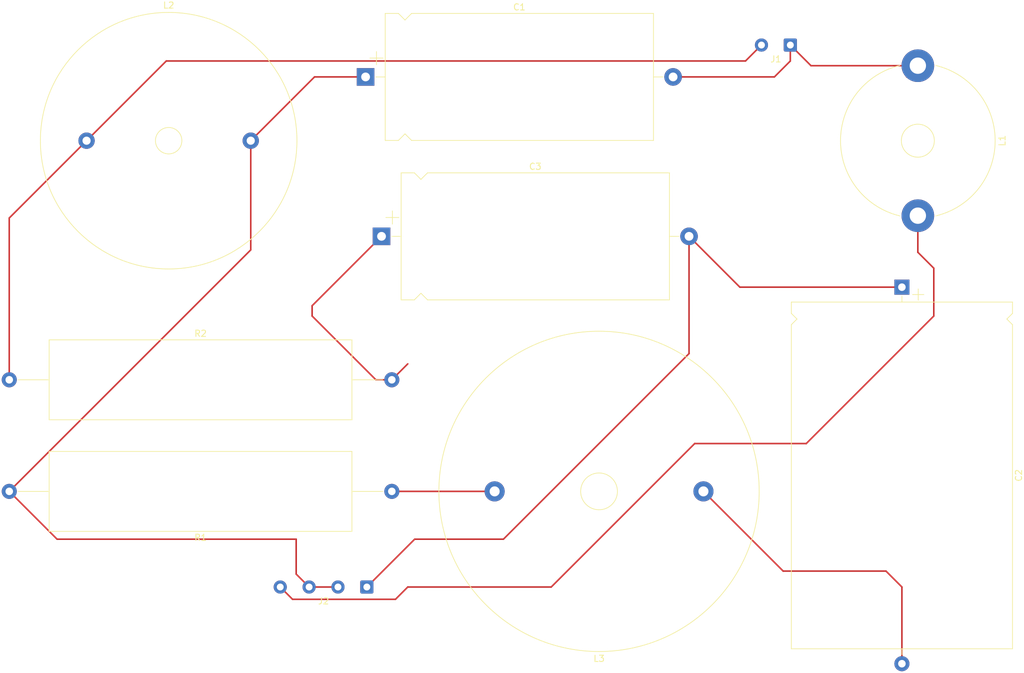
<source format=kicad_pcb>
(kicad_pcb (version 20221018) (generator pcbnew)
  (layers (0 "F.Cu" signal) (31 "B.Cu" signal) (34 "B.Paste" user) (35 "F.Paste" user) (36 "B.SilkS" user "B.Silkscreen") (37 "F.SilkS" user "F.Silkscreen") (38 "B.Mask" user) (39 "F.Mask" user) (44 "Edge.Cuts" user))
  (net 0 "")
  (net 1 "Net-(J2-Pin_2)")
  (net 2 "Net-(J1-Pin_1)")
  (net 3 "Net-(J2-Pin_1)")
  (net 4 "Net-(C2-Pad2)")
  (net 5 "Net-(C3-Pad1)")
  (net 6 "Net-(J2-Pin_4)")
  (net 7 "Net-(J1-Pin_2)")
  (net 8 "Net-(L3-Pad2)")
  (footprint "Resistor_THT:R_Axial_Power_L48.0mm_W12.5mm_P60.96mm" (layer "F.Cu") (at 134.62 114.3 180)
    (fp_text reference "R1" (at 30.48 -7.37) (layer "F.SilkS"))
    (fp_text value "1,8Ω")
    (fp_line (start 1.44 0) (end 6.36 0) (stroke (width 0.12)) (layer "F.SilkS"))
    (fp_line (start 6.36 -6.37) (end 6.36 6.37) (stroke (width 0.12)) (layer "F.SilkS"))
    (fp_line (start 6.36 6.37) (end 54.6 6.37) (stroke (width 0.12)) (layer "F.SilkS"))
    (fp_line (start 54.6 -6.37) (end 6.36 -6.37) (stroke (width 0.12)) (layer "F.SilkS"))
    (fp_line (start 54.6 6.37) (end 54.6 -6.37) (stroke (width 0.12)) (layer "F.SilkS"))
    (fp_line (start 59.52 0) (end 54.6 0) (stroke (width 0.12)) (layer "F.SilkS"))
    (pad "1" thru_hole circle (at 0 0 180) (size 2.4 2.4) (drill 1.2) (layers "*.Cu" "*.Mask") (net 8 "Net-(L3-Pad2)"))
    (pad "2" thru_hole oval (at 60.96 0 180) (size 2.4 2.4) (drill 1.2) (layers "*.Cu" "*.Mask") (net 1 "Net-(J2-Pin_2)"))
  )
  (footprint "Capacitor_THT:CP_Axial_L55.0mm_D35.0mm_P60.00mm_Horizontal" (layer "F.Cu") (at 215.9 81.76 -90)
    (fp_text reference "C2" (at 30 -18.62 90) (layer "F.SilkS"))
    (fp_text value "47µF")
    (fp_line (start 0.28 -2.6) (end 2.08 -2.6) (stroke (width 0.12)) (layer "F.SilkS"))
    (fp_line (start 1.18 -3.5) (end 1.18 -1.7) (stroke (width 0.12)) (layer "F.SilkS"))
    (fp_line (start 1.44 0) (end 2.38 0) (stroke (width 0.12)) (layer "F.SilkS"))
    (fp_line (start 2.38 -17.62) (end 2.38 17.62) (stroke (width 0.12)) (layer "F.SilkS"))
    (fp_line (start 2.38 -17.62) (end 4.18 -17.62) (stroke (width 0.12)) (layer "F.SilkS"))
    (fp_line (start 2.38 17.62) (end 4.18 17.62) (stroke (width 0.12)) (layer "F.SilkS"))
    (fp_line (start 4.18 -17.62) (end 5.08 -16.72) (stroke (width 0.12)) (layer "F.SilkS"))
    (fp_line (start 4.18 17.62) (end 5.08 16.72) (stroke (width 0.12)) (layer "F.SilkS"))
    (fp_line (start 5.08 -16.72) (end 5.98 -17.62) (stroke (width 0.12)) (layer "F.SilkS"))
    (fp_line (start 5.08 16.72) (end 5.98 17.62) (stroke (width 0.12)) (layer "F.SilkS"))
    (fp_line (start 5.98 -17.62) (end 57.62 -17.62) (stroke (width 0.12)) (layer "F.SilkS"))
    (fp_line (start 5.98 17.62) (end 57.62 17.62) (stroke (width 0.12)) (layer "F.SilkS"))
    (fp_line (start 57.62 -17.62) (end 57.62 17.62) (stroke (width 0.12)) (layer "F.SilkS"))
    (fp_line (start 58.56 0) (end 57.62 0) (stroke (width 0.12)) (layer "F.SilkS"))
    (pad "1" thru_hole rect (at 0 0 270) (size 2.4 2.4) (drill 1.2) (layers "*.Cu" "*.Mask") (net 3 "Net-(J2-Pin_1)"))
    (pad "2" thru_hole oval (at 60 0 270) (size 2.4 2.4) (drill 1.2) (layers "*.Cu" "*.Mask") (net 4 "Net-(C2-Pad2)"))
  )
  (footprint "Capacitor_THT:CP_Axial_L42.5mm_D20.0mm_P49.00mm_Horizontal" (layer "F.Cu") (at 132.98 73.66)
    (fp_text reference "C3" (at 24.5 -11.12) (layer "F.SilkS"))
    (fp_text value "8µF")
    (fp_line (start 0.68 -3) (end 2.78 -3) (stroke (width 0.12)) (layer "F.SilkS"))
    (fp_line (start 1.64 0) (end 3.13 0) (stroke (width 0.12)) (layer "F.SilkS"))
    (fp_line (start 1.73 -4.05) (end 1.73 -1.95) (stroke (width 0.12)) (layer "F.SilkS"))
    (fp_line (start 3.13 -10.12) (end 3.13 10.12) (stroke (width 0.12)) (layer "F.SilkS"))
    (fp_line (start 3.13 -10.12) (end 5.23 -10.12) (stroke (width 0.12)) (layer "F.SilkS"))
    (fp_line (start 3.13 10.12) (end 5.23 10.12) (stroke (width 0.12)) (layer "F.SilkS"))
    (fp_line (start 5.23 -10.12) (end 6.28 -9.07) (stroke (width 0.12)) (layer "F.SilkS"))
    (fp_line (start 5.23 10.12) (end 6.28 9.07) (stroke (width 0.12)) (layer "F.SilkS"))
    (fp_line (start 6.28 -9.07) (end 7.33 -10.12) (stroke (width 0.12)) (layer "F.SilkS"))
    (fp_line (start 6.28 9.07) (end 7.33 10.12) (stroke (width 0.12)) (layer "F.SilkS"))
    (fp_line (start 7.33 -10.12) (end 45.87 -10.12) (stroke (width 0.12)) (layer "F.SilkS"))
    (fp_line (start 7.33 10.12) (end 45.87 10.12) (stroke (width 0.12)) (layer "F.SilkS"))
    (fp_line (start 45.87 -10.12) (end 45.87 10.12) (stroke (width 0.12)) (layer "F.SilkS"))
    (fp_line (start 47.36 0) (end 45.87 0) (stroke (width 0.12)) (layer "F.SilkS"))
    (pad "1" thru_hole rect (at 0 0) (size 2.8 2.8) (drill 1.4) (layers "*.Cu" "*.Mask") (net 5 "Net-(C3-Pad1)"))
    (pad "2" thru_hole oval (at 49 0) (size 2.8 2.8) (drill 1.4) (layers "*.Cu" "*.Mask") (net 3 "Net-(J2-Pin_1)"))
  )
  (footprint "Inductor_THT:L_Radial_D24.4mm_P23.90mm_Murata_1400series" (layer "F.Cu") (at 218.44 46.47 -90)
    (fp_text reference "L1" (at 11.95 -13.45 90) (layer "F.SilkS"))
    (fp_text value "1,5mH")
    (fp_arc (start -0.033439 -2.86) (mid 11.95 -12.32) (end 23.933439 -2.86) (stroke (width 0.12)) (layer "F.SilkS"))
    (fp_arc (start 23.933439 2.86) (mid 11.95 12.32) (end -0.033439 2.86) (stroke (width 0.12)) (layer "F.SilkS"))
    (fp_circle (center 11.95 0) (end 14.58 0) (stroke (width 0.12)) (fill none) (layer "F.SilkS"))
    (pad "1" thru_hole circle (at 0 0 270) (size 5.2 5.2) (drill 2.6) (layers "*.Cu" "*.Mask") (net 2 "Net-(J1-Pin_1)"))
    (pad "2" thru_hole circle (at 23.9 0 270) (size 5.2 5.2) (drill 2.6) (layers "*.Cu" "*.Mask") (net 6 "Net-(J2-Pin_4)"))
  )
  (footprint "Capacitor_THT:CP_Axial_L42.5mm_D20.0mm_P49.00mm_Horizontal" (layer "F.Cu") (at 130.44 48.26)
    (fp_text reference "C1" (at 24.5 -11.12) (layer "F.SilkS"))
    (fp_text value "12µF")
    (fp_line (start 0.68 -3) (end 2.78 -3) (stroke (width 0.12)) (layer "F.SilkS"))
    (fp_line (start 1.64 0) (end 3.13 0) (stroke (width 0.12)) (layer "F.SilkS"))
    (fp_line (start 1.73 -4.05) (end 1.73 -1.95) (stroke (width 0.12)) (layer "F.SilkS"))
    (fp_line (start 3.13 -10.12) (end 3.13 10.12) (stroke (width 0.12)) (layer "F.SilkS"))
    (fp_line (start 3.13 -10.12) (end 5.23 -10.12) (stroke (width 0.12)) (layer "F.SilkS"))
    (fp_line (start 3.13 10.12) (end 5.23 10.12) (stroke (width 0.12)) (layer "F.SilkS"))
    (fp_line (start 5.23 -10.12) (end 6.28 -9.07) (stroke (width 0.12)) (layer "F.SilkS"))
    (fp_line (start 5.23 10.12) (end 6.28 9.07) (stroke (width 0.12)) (layer "F.SilkS"))
    (fp_line (start 6.28 -9.07) (end 7.33 -10.12) (stroke (width 0.12)) (layer "F.SilkS"))
    (fp_line (start 6.28 9.07) (end 7.33 10.12) (stroke (width 0.12)) (layer "F.SilkS"))
    (fp_line (start 7.33 -10.12) (end 45.87 -10.12) (stroke (width 0.12)) (layer "F.SilkS"))
    (fp_line (start 7.33 10.12) (end 45.87 10.12) (stroke (width 0.12)) (layer "F.SilkS"))
    (fp_line (start 45.87 -10.12) (end 45.87 10.12) (stroke (width 0.12)) (layer "F.SilkS"))
    (fp_line (start 47.36 0) (end 45.87 0) (stroke (width 0.12)) (layer "F.SilkS"))
    (pad "1" thru_hole rect (at 0 0) (size 2.8 2.8) (drill 1.4) (layers "*.Cu" "*.Mask") (net 1 "Net-(J2-Pin_2)"))
    (pad "2" thru_hole oval (at 49 0) (size 2.8 2.8) (drill 1.4) (layers "*.Cu" "*.Mask") (net 2 "Net-(J1-Pin_1)"))
  )
  (footprint "Inductor_THT:L_Radial_D50.8mm_P33.27mm_Vishay_IHB-6" (layer "F.Cu") (at 184.275 114.3 180)
    (fp_text reference "L3" (at 16.635 -26.65) (layer "F.SilkS"))
    (fp_text value "0,1mH")
    (fp_circle (center 16.635 0) (end 19.565 0) (stroke (width 0.12)) (fill none) (layer "F.SilkS"))
    (fp_circle (center 16.635 0) (end 42.155 0) (stroke (width 0.12)) (fill none) (layer "F.SilkS"))
    (pad "1" thru_hole circle (at 0 0 180) (size 3.2 3.2) (drill 1.6) (layers "*.Cu" "*.Mask") (net 4 "Net-(C2-Pad2)"))
    (pad "2" thru_hole circle (at 33.27 0 180) (size 3.2 3.2) (drill 1.6) (layers "*.Cu" "*.Mask") (net 8 "Net-(L3-Pad2)"))
  )
  (footprint "Connector_Wire:SolderWire-0.5sqmm_1x02_P4.6mm_D0.9mm_OD2.1mm" (layer "F.Cu") (at 198.12 43.18 180)
    (fp_text reference "J1" (at 2.3 -2.25) (layer "F.SilkS"))
    (fp_text value "Screw_Terminal_01x02")
    (pad "1" thru_hole roundrect (at 0 0 180) (size 2.1 2.1) (drill 1.1) (layers "*.Cu" "*.Mask") (roundrect_rratio 0.119048) (net 2 "Net-(J1-Pin_1)"))
    (pad "2" thru_hole circle (at 4.6 0 180) (size 2.1 2.1) (drill 1.1) (layers "*.Cu" "*.Mask") (net 7 "Net-(J1-Pin_2)"))
  )
  (footprint "Resistor_THT:R_Axial_Power_L48.0mm_W12.5mm_P60.96mm" (layer "F.Cu") (at 73.66 96.52)
    (fp_text reference "R2" (at 30.48 -7.37) (layer "F.SilkS"))
    (fp_text value "2,7Ω")
    (fp_line (start 1.44 0) (end 6.36 0) (stroke (width 0.12)) (layer "F.SilkS"))
    (fp_line (start 6.36 -6.37) (end 6.36 6.37) (stroke (width 0.12)) (layer "F.SilkS"))
    (fp_line (start 6.36 6.37) (end 54.6 6.37) (stroke (width 0.12)) (layer "F.SilkS"))
    (fp_line (start 54.6 -6.37) (end 6.36 -6.37) (stroke (width 0.12)) (layer "F.SilkS"))
    (fp_line (start 54.6 6.37) (end 54.6 -6.37) (stroke (width 0.12)) (layer "F.SilkS"))
    (fp_line (start 59.52 0) (end 54.6 0) (stroke (width 0.12)) (layer "F.SilkS"))
    (pad "1" thru_hole circle (at 0 0) (size 2.4 2.4) (drill 1.2) (layers "*.Cu" "*.Mask") (net 7 "Net-(J1-Pin_2)"))
    (pad "2" thru_hole oval (at 60.96 0) (size 2.4 2.4) (drill 1.2) (layers "*.Cu" "*.Mask") (net 5 "Net-(C3-Pad1)"))
  )
  (footprint "Connector_Wire:SolderWire-0.5sqmm_1x04_P4.6mm_D0.9mm_OD2.1mm" (layer "F.Cu") (at 130.64 129.54 180)
    (fp_text reference "J2" (at 6.9 -2.25) (layer "F.SilkS"))
    (fp_text value "Screw_Terminal_01x04")
    (pad "1" thru_hole roundrect (at 0 0 180) (size 2.1 2.1) (drill 1.1) (layers "*.Cu" "*.Mask") (roundrect_rratio 0.119048) (net 3 "Net-(J2-Pin_1)"))
    (pad "2" thru_hole circle (at 4.6 0 180) (size 2.1 2.1) (drill 1.1) (layers "*.Cu" "*.Mask") (net 1 "Net-(J2-Pin_2)"))
    (pad "3" thru_hole circle (at 9.2 0 180) (size 2.1 2.1) (drill 1.1) (layers "*.Cu" "*.Mask") (net 1 "Net-(J2-Pin_2)"))
    (pad "4" thru_hole circle (at 13.8 0 180) (size 2.1 2.1) (drill 1.1) (layers "*.Cu" "*.Mask") (net 6 "Net-(J2-Pin_4)"))
  )
  (footprint "Inductor_THT:L_Radial_D40.6mm_P26.16mm_Vishay_IHB-5" (layer "F.Cu") (at 85.98 58.42)
    (fp_text reference "L2" (at 13.08 -21.57) (layer "F.SilkS"))
    (fp_text value "0,22mH")
    (fp_circle (center 13.08 0) (end 15.185 0) (stroke (width 0.12)) (fill none) (layer "F.SilkS"))
    (fp_circle (center 13.08 0) (end 33.52 0) (stroke (width 0.12)) (fill none) (layer "F.SilkS"))
    (pad "1" thru_hole circle (at 0 0) (size 2.6 2.6) (drill 1.3) (layers "*.Cu" "*.Mask") (net 7 "Net-(J1-Pin_2)"))
    (pad "2" thru_hole circle (at 26.16 0) (size 2.6 2.6) (drill 1.3) (layers "*.Cu" "*.Mask") (net 1 "Net-(J2-Pin_2)"))
  )
  (segment (start 81.28 121.92) (end 119.38 121.92) (width 0.25) (layer "F.Cu") (net 1))
  (segment (start 112.14 75.82) (end 73.66 114.3) (width 0.25) (layer "F.Cu") (net 1))
  (segment (start 119.38 127.48) (end 121.44 129.54) (width 0.25) (layer "F.Cu") (net 1))
  (segment (start 112.14 58.42) (end 112.14 75.82) (width 0.25) (layer "F.Cu") (net 1))
  (segment (start 73.66 114.3) (end 81.28 121.92) (width 0.25) (layer "F.Cu") (net 1))
  (segment (start 122.3 48.26) (end 112.14 58.42) (width 0.25) (layer "F.Cu") (net 1))
  (segment (start 130.44 48.26) (end 122.3 48.26) (width 0.25) (layer "F.Cu") (net 1))
  (segment (start 126.04 129.54) (end 121.44 129.54) (width 0.25) (layer "F.Cu") (net 1))
  (segment (start 119.38 121.92) (end 119.38 127.48) (width 0.25) (layer "F.Cu") (net 1))
  (segment (start 195.58 48.26) (end 198.12 45.72) (width 0.25) (layer "F.Cu") (net 2))
  (segment (start 216.65 48.26) (end 218.44 46.47) (width 0.25) (layer "F.Cu") (net 2))
  (segment (start 179.44 48.26) (end 195.58 48.26) (width 0.25) (layer "F.Cu") (net 2))
  (segment (start 218.44 46.47) (end 201.41 46.47) (width 0.25) (layer "F.Cu") (net 2))
  (segment (start 198.12 45.72) (end 198.12 43.18) (width 0.25) (layer "F.Cu") (net 2))
  (segment (start 201.41 46.47) (end 198.12 43.18) (width 0.25) (layer "F.Cu") (net 2))
  (segment (start 190.08 81.76) (end 181.98 73.66) (width 0.25) (layer "F.Cu") (net 3))
  (segment (start 138.26 121.92) (end 152.4 121.92) (width 0.25) (layer "F.Cu") (net 3))
  (segment (start 152.4 121.92) (end 181.98 92.34) (width 0.25) (layer "F.Cu") (net 3))
  (segment (start 215.9 81.76) (end 190.08 81.76) (width 0.25) (layer "F.Cu") (net 3))
  (segment (start 181.98 92.34) (end 181.98 73.66) (width 0.25) (layer "F.Cu") (net 3))
  (segment (start 130.64 129.54) (end 138.26 121.92) (width 0.25) (layer "F.Cu") (net 3))
  (segment (start 215.9 141.76) (end 215.9 129.54) (width 0.25) (layer "F.Cu") (net 4))
  (segment (start 196.975 127) (end 184.275 114.3) (width 0.25) (layer "F.Cu") (net 4))
  (segment (start 215.9 129.54) (end 213.36 127) (width 0.25) (layer "F.Cu") (net 4))
  (segment (start 213.36 127) (end 196.975 127) (width 0.25) (layer "F.Cu") (net 4))
  (segment (start 134.62 96.52) (end 132.08 96.52) (width 0.25) (layer "F.Cu") (net 5))
  (segment (start 121.92 86.36) (end 121.92 84.72) (width 0.25) (layer "F.Cu") (net 5))
  (segment (start 132.08 96.52) (end 121.92 86.36) (width 0.25) (layer "F.Cu") (net 5))
  (segment (start 121.92 84.72) (end 132.98 73.66) (width 0.25) (layer "F.Cu") (net 5))
  (segment (start 137.16 93.98) (end 134.62 96.52) (width 0.25) (layer "F.Cu") (net 5))
  (segment (start 200.66 106.68) (end 182.88 106.68) (width 0.25) (layer "F.Cu") (net 6))
  (segment (start 220.98 86.36) (end 200.66 106.68) (width 0.25) (layer "F.Cu") (net 6))
  (segment (start 135.2 131.5) (end 118.8 131.5) (width 0.25) (layer "F.Cu") (net 6))
  (segment (start 218.44 76.2) (end 220.98 78.74) (width 0.25) (layer "F.Cu") (net 6))
  (segment (start 218.44 70.37) (end 218.44 76.2) (width 0.25) (layer "F.Cu") (net 6))
  (segment (start 160.02 129.54) (end 137.16 129.54) (width 0.25) (layer "F.Cu") (net 6))
  (segment (start 220.98 78.74) (end 220.98 86.36) (width 0.25) (layer "F.Cu") (net 6))
  (segment (start 137.16 129.54) (end 135.2 131.5) (width 0.25) (layer "F.Cu") (net 6))
  (segment (start 118.8 131.5) (end 116.84 129.54) (width 0.25) (layer "F.Cu") (net 6))
  (segment (start 182.88 106.68) (end 160.02 129.54) (width 0.25) (layer "F.Cu") (net 6))
  (segment (start 73.66 96.52) (end 73.66 70.74) (width 0.25) (layer "F.Cu") (net 7))
  (segment (start 190.98 45.72) (end 193.52 43.18) (width 0.25) (layer "F.Cu") (net 7))
  (segment (start 85.98 58.42) (end 98.68 45.72) (width 0.25) (layer "F.Cu") (net 7))
  (segment (start 73.66 70.74) (end 85.98 58.42) (width 0.25) (layer "F.Cu") (net 7))
  (segment (start 98.68 45.72) (end 190.98 45.72) (width 0.25) (layer "F.Cu") (net 7))
  (segment (start 134.62 114.3) (end 151.005 114.3) (width 0.25) (layer "F.Cu") (net 8))
)
</source>
